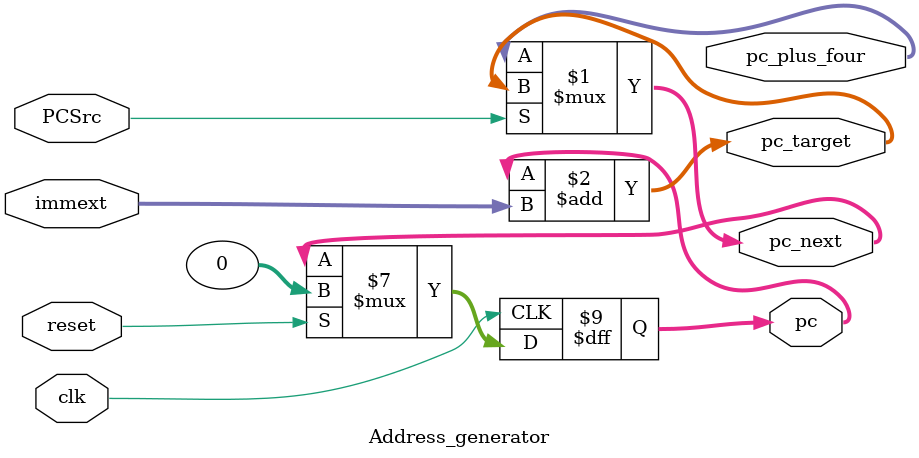
<source format=v>

`timescale 1ns / 1ps



module Address_generator (output [31:0] pc_target,pc_plus_four,pc,pc_next,input [31:0] immext,input clk, reset, PCSrc);	
       
        initial pc=0;
	//Selection for next value of PC
	
	assign pc_next = PCSrc ? pc_target : pc_plus_four; 
	assign pc_target = pc+immext; 
    	 
        
     //always block for updating pc
      
    always @ (posedge clk)
            begin
                if(reset==1)
                    pc<=0;
                else
                    pc<=pc_next;
            end
  
endmodule


</source>
